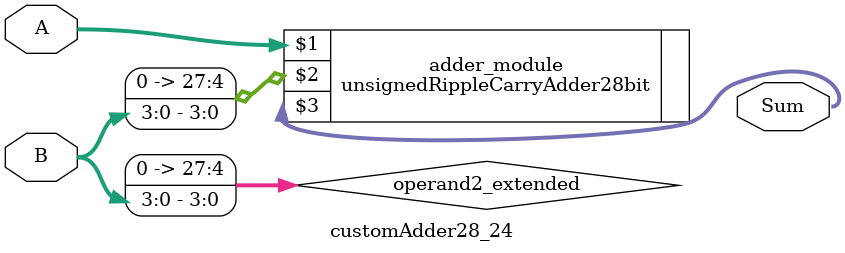
<source format=v>

module customAdder28_24(
                    input [27 : 0] A,
                    input [3 : 0] B,
                    
                    output [28 : 0] Sum
            );

    wire [27 : 0] operand2_extended;
    
    assign operand2_extended =  {24'b0, B};
    
    unsignedRippleCarryAdder28bit adder_module(
        A,
        operand2_extended,
        Sum
    );
    
endmodule
        
</source>
